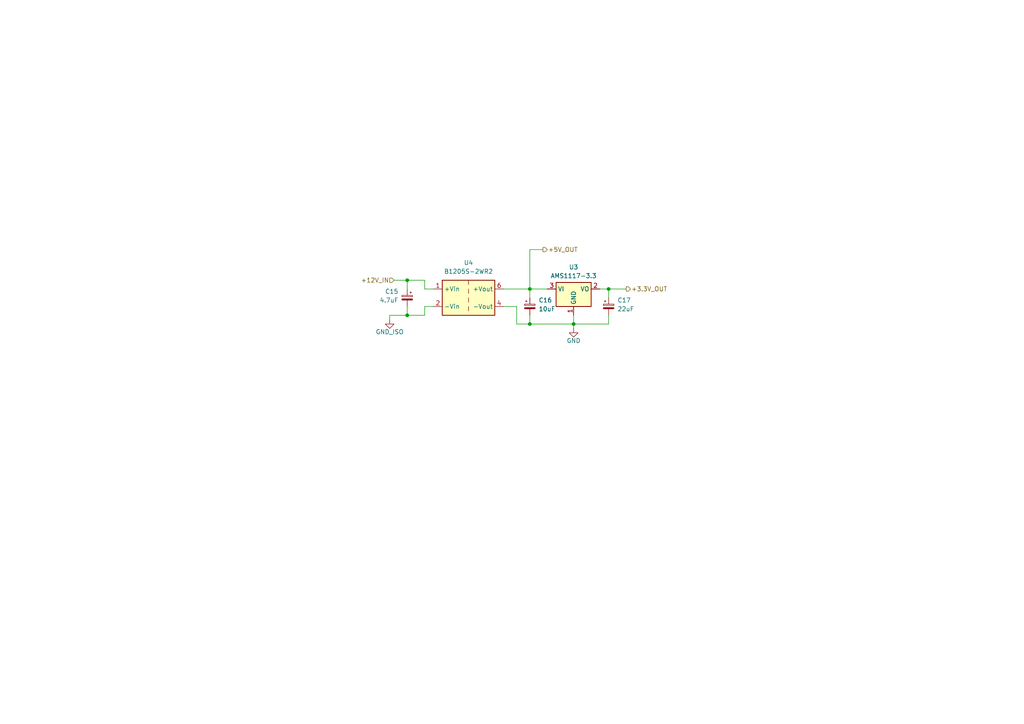
<source format=kicad_sch>
(kicad_sch (version 20250114) (generator "eeschema") (generator_version "9.0")
  (paper "A4")
  (title_block (title "Variador de frecuencia LVDC") (date "2025-08-05") (rev "0") (company "Andrenacci - Carra"))
  (lib_symbols
    (symbol "Converter_DCDC:TMA-1205S"
      (property "Reference" "U" (at -6.35 6.35 0))
      (property "Value" "TMA-1205S" (at 2.54 6.35 0))
      (symbol "TMA-1205S_0_1"
        (rectangle (start -7.62 5.08) (end 7.62 -5.08) (stroke (width 0.254)) (fill (type background)))
        (polyline (pts (xy 0 5.08) (xy 0 3.81)))
        (polyline (pts (xy 0 2.54) (xy 0 1.27)))
        (polyline (pts (xy 0 0) (xy 0 -1.27)))
        (polyline (pts (xy 0 -2.54) (xy 0 -3.81)))
      )
      (symbol "TMA-1205S_1_1"
        (pin power_in line (at -10.16 2.54 0) (length 2.54) (name "+Vin") (number "1"))
        (pin power_in line (at -10.16 -2.54 0) (length 2.54) (name "-Vin") (number "2"))
        (pin power_out line (at 10.16 2.54 180) (length 2.54) (name "+Vout") (number "6"))
        (pin power_out line (at 10.16 -2.54 180) (length 2.54) (name "-Vout") (number "4"))
      )
    )
    (symbol "Device:C_Polarized_Small" (pin_numbers (hide yes)) (pin_names (offset 0.254) (hide yes))
      (property "Reference" "C" (at 0.254 1.778 0))
      (property "Value" "C_Polarized_Small" (at 0.254 -2.032 0))
      (symbol "C_Polarized_Small_0_1"
        (rectangle (start -1.524 0.6858) (end 1.524 0.3048))
        (rectangle (start -1.524 -0.3048) (end 1.524 -0.6858) (fill (type outline)))
        (polyline (pts (xy -1.27 1.524) (xy -0.762 1.524)))
        (polyline (pts (xy -1.016 1.27) (xy -1.016 1.778)))
      )
      (symbol "C_Polarized_Small_1_1"
        (pin passive line (at 0 2.54 270) (length 1.8542) (name "~") (number "1"))
        (pin passive line (at 0 -2.54 90) (length 1.8542) (name "~") (number "2"))
      )
    )
    (symbol "Regulator_Linear:AMS1117-3.3"
      (property "Reference" "U" (at -3.81 3.175 0))
      (property "Value" "AMS1117-3.3" (at 0 3.175 0))
      (symbol "AMS1117-3.3_0_1"
        (rectangle (start -5.08 -5.08) (end 5.08 1.905) (stroke (width 0.254)) (fill (type background)))
      )
      (symbol "AMS1117-3.3_1_1"
        (pin power_in line (at -7.62 0 0) (length 2.54) (name "VI") (number "3"))
        (pin power_in line (at 0 -7.62 90) (length 2.54) (name "GND") (number "1"))
        (pin power_out line (at 7.62 0 180) (length 2.54) (name "VO") (number "2"))
      )
    )
    (symbol "power:GND" (power) (pin_numbers (hide yes)) (pin_names (offset 0) (hide yes))
      (property "Value" "GND" (at 0 -3.81 0))
      (symbol "GND_0_1"
        (polyline (pts (xy 0 0) (xy 0 -1.27) (xy 1.27 -1.27) (xy 0 -2.54) (xy -1.27 -1.27) (xy 0 -1.27)))
      )
      (symbol "GND_1_1"
        (pin power_in line (at 0 0 270) (length 0) (name "~") (number "1"))
      )
    )
  )
  (junction (at 166.37 93.98))
  (junction (at 153.67 93.98))
  (junction (at 118.11 81.28))
  (junction (at 176.53 83.82))
  (junction (at 118.11 91.44))
  (junction (at 153.67 83.82))
  (wire (pts (xy 166.37 93.98) (xy 166.37 91.44)))
  (wire (pts (xy 166.37 93.98) (xy 176.53 93.98)))
  (wire (pts (xy 176.53 86.36) (xy 176.53 83.82)))
  (wire (pts (xy 146.05 83.82) (xy 153.67 83.82)))
  (wire (pts (xy 153.67 72.39) (xy 153.67 83.82)))
  (wire (pts (xy 113.03 91.44) (xy 118.11 91.44)))
  (wire (pts (xy 123.19 91.44) (xy 123.19 88.9)))
  (wire (pts (xy 114.3 81.28) (xy 118.11 81.28)))
  (wire (pts (xy 166.37 95.25) (xy 166.37 93.98)))
  (wire (pts (xy 113.03 91.44) (xy 113.03 92.71)))
  (wire (pts (xy 118.11 81.28) (xy 123.19 81.28)))
  (wire (pts (xy 149.86 88.9) (xy 149.86 93.98)))
  (wire (pts (xy 123.19 88.9) (xy 125.73 88.9)))
  (wire (pts (xy 176.53 83.82) (xy 181.61 83.82)))
  (wire (pts (xy 123.19 81.28) (xy 123.19 83.82)))
  (wire (pts (xy 149.86 93.98) (xy 153.67 93.98)))
  (wire (pts (xy 176.53 91.44) (xy 176.53 93.98)))
  (wire (pts (xy 153.67 83.82) (xy 153.67 86.36)))
  (wire (pts (xy 118.11 81.28) (xy 118.11 83.82)))
  (wire (pts (xy 153.67 91.44) (xy 153.67 93.98)))
  (wire (pts (xy 176.53 83.82) (xy 173.99 83.82)))
  (wire (pts (xy 123.19 83.82) (xy 125.73 83.82)))
  (wire (pts (xy 153.67 83.82) (xy 158.75 83.82)))
  (wire (pts (xy 118.11 91.44) (xy 123.19 91.44)))
  (wire (pts (xy 118.11 91.44) (xy 118.11 88.9)))
  (wire (pts (xy 153.67 93.98) (xy 166.37 93.98)))
  (wire (pts (xy 146.05 88.9) (xy 149.86 88.9)))
  (wire (pts (xy 157.48 72.39) (xy 153.67 72.39)))
  (hierarchical_label "+12V_IN" (shape input) (at 114.3 81.28 180))
  (hierarchical_label "+5V_OUT" (shape output) (at 157.48 72.39 0))
  (hierarchical_label "+3.3V_OUT" (shape output) (at 181.61 83.82 0))
  (symbol (lib_id "power:GND") (at 166.37 95.25 0) (unit 1)
    (property "Reference" "#PWR030" (effects (hide yes)))
    (property "Value" "GND" (at 166.37 98.806 0))
    (property "Description" "Power symbol creates a global label with name \"GND\" , ground" (effects (hide yes)))
    (instances (project "HMI_LVDC-Inverter" (path "" (reference "#PWR030") (unit 1)) (path "" (reference "#PWR032") (unit 1))))
  )
  (symbol (lib_id "power:GND") (at 113.03 92.71 0) (unit 1)
    (property "Reference" "#PWR029" (effects (hide yes)))
    (property "Value" "GND_ISO" (at 113.03 96.266 0))
    (property "Description" "Power symbol creates a global label with name \"GND\" , ground" (effects (hide yes)))
    (instances (project "HMI_LVDC-Inverter" (path "" (reference "#PWR029") (unit 1)) (path "" (reference "#PWR031") (unit 1))))
  )
  (symbol (lib_id "Regulator_Linear:AMS1117-3.3") (at 166.37 83.82 0) (unit 1)
    (property "Reference" "U3" (at 166.37 77.47 0))
    (property "Value" "AMS1117-3.3" (at 166.37 80.01 0))
    (property "Footprint" "Package_TO_SOT_SMD:SOT-223-3_TabPin2" (effects (hide yes)))
    (property "Datasheet" "https://www.lcsc.com/datasheet/C347222.pdf" (effects (hide yes)))
    (property "Description" "1A Low Dropout regulator, positive, 3.3V fixed output, SOT-223" (effects (hide yes)))
    (property "Compra" "https://www.lcsc.com/product-detail/C347222.html" (effects (hide yes)))
    (property "Manufacturer" "UMW" (effects (hide yes)))
    (property "Footprint checked" "Yes" (effects (hide yes)))
    (property "Price" "0.0400" (effects (hide yes)))
    (property "Symbol checked" "Yes" (effects (hide yes)))
    (instances (project "HMI_LVDC-Inverter" (path "" (reference "U3") (unit 1)) (path "" (reference "U5") (unit 1))))
  )
  (symbol (lib_id "Device:C_Polarized_Small") (at 118.11 86.36 0) (mirror y) (unit 1)
    (property "Reference" "C15" (at 115.57 84.5438 0) (effects (justify left)))
    (property "Value" "4.7uF" (at 115.57 87.0838 0) (effects (justify left)))
    (property "Footprint" "Capacitor_SMD:C_0603_1608Metric" (effects (hide yes)))
    (property "Datasheet" "https://www.lcsc.com/datasheet/C22399629.pdf" (effects (hide yes)))
    (property "Description" "Polarized capacitor, small symbol" (effects (hide yes)))
    (property "Compra" "https://www.lcsc.com/product-detail/C22399629.html?s_z=n_4.7uF%252016V%2520X7R" (effects (hide yes)))
    (property "Footprint checked" "Yes" (effects (hide yes)))
    (property "Manufacturer" "HRE" (effects (hide yes)))
    (property "Price" "0.0779" (effects (hide yes)))
    (property "Symbol checked" "Yes" (effects (hide yes)))
    (instances (project "HMI_LVDC-Inverter" (path "" (reference "C15") (unit 1)) (path "" (reference "C18") (unit 1))))
  )
  (symbol (lib_id "Converter_DCDC:TMA-1205S") (at 135.89 86.36 0) (unit 1)
    (property "Reference" "U4" (at 135.89 76.2 0))
    (property "Value" "B1205S-2WR2" (at 135.89 78.74 0))
    (property "Footprint" "Converter_DCDC:Converter_DCDC_TRACO_TMA-05xxS_12xxS_Single_THT" (effects (hide yes)))
    (property "Datasheet" "https://www.lcsc.com/datasheet/C2992386.pdf" (effects (hide yes)))
    (property "Description" "1W DC/DC converter unregulated, 10.8-13.2V input, 5V fixed output voltage, 200mA output, 1.0kVDC isolation, SIP-7" (effects (hide yes)))
    (property "Compra" "https://www.lcsc.com/product-detail/C2992386.html" (effects (hide yes)))
    (property "Manufacturer" "YLPTEC" (effects (hide yes)))
    (property "Symbol checked" "Yes" (effects (hide yes)))
    (instances (project "HMI_LVDC-Inverter" (path "" (reference "U4") (unit 1)) (path "" (reference "U6") (unit 1))))
  )
  (symbol (lib_id "Device:C_Polarized_Small") (at 153.67 88.9 0) (unit 1) (exclude_from_sim yes)
    (property "Reference" "C16" (at 156.21 87.0838 0) (effects (justify left)))
    (property "Value" "10uF" (at 156.21 89.6238 0) (effects (justify left)))
    (property "Footprint" "Capacitor_SMD:CP_Elec_4x5.4" (effects (hide yes)))
    (property "Datasheet" "https://www.lcsc.com/datasheet/C72485.pdf" (effects (hide yes)))
    (property "Description" "Polarized capacitor, small symbol" (effects (hide yes)))
    (property "Compra" "https://www.lcsc.com/product-detail/C72485.html" (effects (hide yes)))
    (property "Footprint checked" "Yes" (effects (hide yes)))
    (property "Manufacturer" "Roquang" (effects (hide yes)))
    (property "Price" "0.0192" (effects (hide yes)))
    (property "Symbol checked" "Yes" (effects (hide yes)))
    (instances (project "HMI_LVDC-Inverter" (path "" (reference "C16") (unit 1)) (path "" (reference "C19") (unit 1))))
  )
  (symbol (lib_id "Device:C_Polarized_Small") (at 176.53 88.9 0) (unit 1)
    (property "Reference" "C17" (at 179.07 87.0838 0) (effects (justify left)))
    (property "Value" "22uF" (at 179.07 89.6238 0) (effects (justify left)))
    (property "Footprint" "Capacitor_SMD:CP_Elec_4x5.4" (effects (hide yes)))
    (property "Datasheet" "https://www.lcsc.com/datasheet/C72485.pdf" (effects (hide yes)))
    (property "Description" "Polarized capacitor, small symbol" (effects (hide yes)))
    (property "Compra" "https://www.lcsc.com/product-detail/C72502.html" (effects (hide yes)))
    (property "Manufacturer" "Roquang" (effects (hide yes)))
    (property "Footprint checked" "Yes" (effects (hide yes)))
    (property "Price" "0.0204" (effects (hide yes)))
    (property "Symbol checked" "Yes" (effects (hide yes)))
    (instances (project "HMI_LVDC-Inverter" (path "" (reference "C17") (unit 1)) (path "" (reference "C20") (unit 1))))
  )
)
</source>
